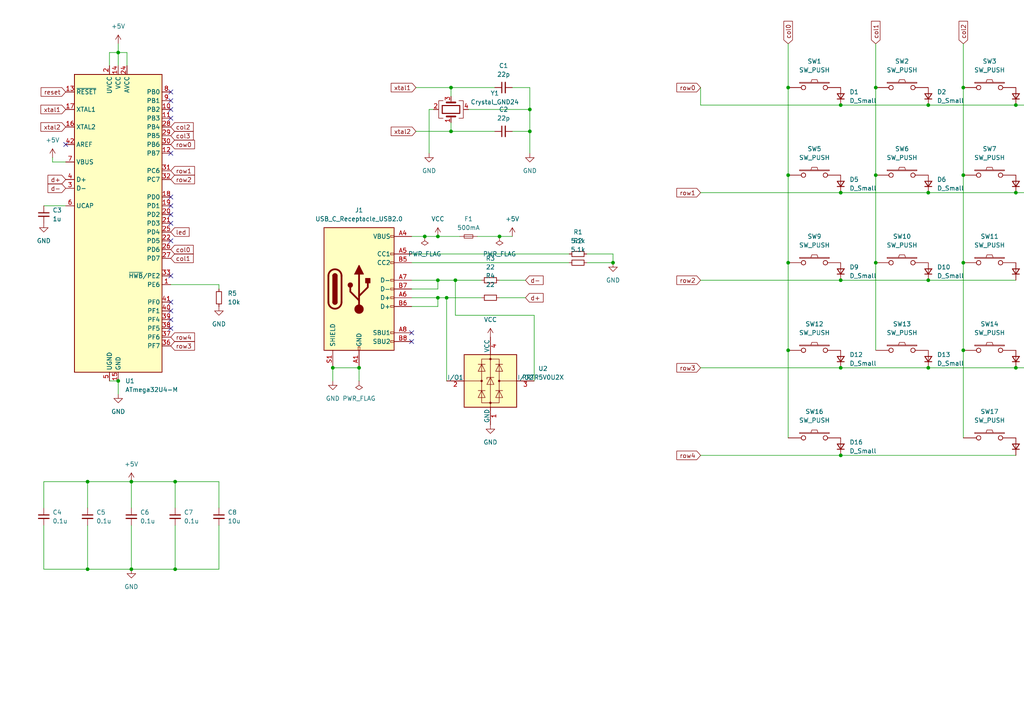
<source format=kicad_sch>
(kicad_sch (version 20211123) (generator eeschema)
  (paper "A4")
  (lib_symbols
    (symbol "Connector:USB_C_Receptacle_USB2.0" (pin_names (offset 1.016))
      (property "Reference" "J" (at -10.16 19.05 0))
      (property "Value" "USB_C_Receptacle_USB2.0" (at 19.05 19.05 0))
      (symbol "USB_C_Receptacle_USB2.0_0_0"
        (rectangle (start -0.254 -17.78) (end 0.254 -16.764))
        (rectangle (start 10.16 -14.986) (end 9.144 -15.494))
        (rectangle (start 10.16 -12.446) (end 9.144 -12.954))
        (rectangle (start 10.16 -4.826) (end 9.144 -5.334))
        (rectangle (start 10.16 -2.286) (end 9.144 -2.794))
        (rectangle (start 10.16 0.254) (end 9.144 -0.254))
        (rectangle (start 10.16 2.794) (end 9.144 2.286))
        (rectangle (start 10.16 7.874) (end 9.144 7.366))
        (rectangle (start 10.16 10.414) (end 9.144 9.906))
        (rectangle (start 10.16 15.494) (end 9.144 14.986))
      )
      (symbol "USB_C_Receptacle_USB2.0_0_1"
        (rectangle (start -10.16 17.78) (end 10.16 -17.78) (stroke (width 0.254)) (fill (type background)))
        (arc (start -8.89 -3.81) (mid -6.985 -5.715) (end -5.08 -3.81) (stroke (width 0.508)))
        (arc (start -7.62 -3.81) (mid -6.985 -4.445) (end -6.35 -3.81) (stroke (width 0.254)))
        (arc (start -7.62 -3.81) (mid -6.985 -4.445) (end -6.35 -3.81) (stroke (width 0.254)) (fill (type outline)))
        (rectangle (start -7.62 -3.81) (end -6.35 3.81) (stroke (width 0.254)) (fill (type outline)))
        (arc (start -6.35 3.81) (mid -6.985 4.445) (end -7.62 3.81) (stroke (width 0.254)))
        (arc (start -6.35 3.81) (mid -6.985 4.445) (end -7.62 3.81) (stroke (width 0.254)) (fill (type outline)))
        (arc (start -5.08 3.81) (mid -6.985 5.715) (end -8.89 3.81) (stroke (width 0.508)))
        (circle (center -2.54 1.143) (radius 0.635) (stroke (width 0.254)) (fill (type outline)))
        (circle (center 0 -5.842) (radius 1.27) (fill (type outline)))
        (polyline (pts (xy -8.89 -3.81) (xy -8.89 3.81)) (stroke (width 0.508)))
        (polyline (pts (xy -5.08 3.81) (xy -5.08 -3.81)) (stroke (width 0.508)))
        (polyline (pts (xy 0 -5.842) (xy 0 4.318)) (stroke (width 0.508)))
        (polyline (pts (xy 0 -3.302) (xy -2.54 -0.762) (xy -2.54 0.508)) (stroke (width 0.508)))
        (polyline (pts (xy 0 -2.032) (xy 2.54 0.508) (xy 2.54 1.778)) (stroke (width 0.508)))
        (polyline (pts (xy -1.27 4.318) (xy 0 6.858) (xy 1.27 4.318) (xy -1.27 4.318)) (stroke (width 0.254)) (fill (type outline)))
        (rectangle (start 1.905 1.778) (end 3.175 3.048) (stroke (width 0.254)) (fill (type outline)))
      )
      (symbol "USB_C_Receptacle_USB2.0_1_1"
        (pin passive line (at 0 -22.86 90) (length 5.08) (name "GND") (number "A1"))
        (pin passive line (at 0 -22.86 90) (length 5.08) hide (name "GND") (number "A12"))
        (pin passive line (at 15.24 15.24 180) (length 5.08) (name "VBUS") (number "A4"))
        (pin bidirectional line (at 15.24 10.16 180) (length 5.08) (name "CC1") (number "A5"))
        (pin bidirectional line (at 15.24 -2.54 180) (length 5.08) (name "D+") (number "A6"))
        (pin bidirectional line (at 15.24 2.54 180) (length 5.08) (name "D-") (number "A7"))
        (pin bidirectional line (at 15.24 -12.7 180) (length 5.08) (name "SBU1") (number "A8"))
        (pin passive line (at 15.24 15.24 180) (length 5.08) hide (name "VBUS") (number "A9"))
        (pin passive line (at 0 -22.86 90) (length 5.08) hide (name "GND") (number "B1"))
        (pin passive line (at 0 -22.86 90) (length 5.08) hide (name "GND") (number "B12"))
        (pin passive line (at 15.24 15.24 180) (length 5.08) hide (name "VBUS") (number "B4"))
        (pin bidirectional line (at 15.24 7.62 180) (length 5.08) (name "CC2") (number "B5"))
        (pin bidirectional line (at 15.24 -5.08 180) (length 5.08) (name "D+") (number "B6"))
        (pin bidirectional line (at 15.24 0 180) (length 5.08) (name "D-") (number "B7"))
        (pin bidirectional line (at 15.24 -15.24 180) (length 5.08) (name "SBU2") (number "B8"))
        (pin passive line (at 15.24 15.24 180) (length 5.08) hide (name "VBUS") (number "B9"))
        (pin passive line (at -7.62 -22.86 90) (length 5.08) (name "SHIELD") (number "S1"))
      )
    )
    (symbol "Device:C_Small" (pin_numbers hide) (pin_names (offset 0.254) hide)
      (property "Reference" "C" (at 0.254 1.778 0))
      (property "Value" "C_Small" (at 0.254 -2.032 0))
      (symbol "C_Small_0_1"
        (polyline (pts (xy -1.524 -0.508) (xy 1.524 -0.508)) (stroke (width 0.3302)))
        (polyline (pts (xy -1.524 0.508) (xy 1.524 0.508)) (stroke (width 0.3048)))
      )
      (symbol "C_Small_1_1"
        (pin passive line (at 0 2.54 270) (length 2.032) (name "~") (number "1"))
        (pin passive line (at 0 -2.54 90) (length 2.032) (name "~") (number "2"))
      )
    )
    (symbol "Device:Crystal_GND24" (pin_names (offset 1.016) hide)
      (property "Reference" "Y" (at 3.175 5.08 0))
      (property "Value" "Crystal_GND24" (at 3.175 3.175 0))
      (symbol "Crystal_GND24_0_1"
        (rectangle (start -1.143 2.54) (end 1.143 -2.54) (stroke (width 0.3048)))
        (polyline (pts (xy -2.54 0) (xy -2.032 0)))
        (polyline (pts (xy -2.032 -1.27) (xy -2.032 1.27)) (stroke (width 0.508)))
        (polyline (pts (xy 0 -3.81) (xy 0 -3.556)))
        (polyline (pts (xy 0 3.556) (xy 0 3.81)))
        (polyline (pts (xy 2.032 -1.27) (xy 2.032 1.27)) (stroke (width 0.508)))
        (polyline (pts (xy 2.032 0) (xy 2.54 0)))
        (polyline (pts (xy -2.54 -2.286) (xy -2.54 -3.556) (xy 2.54 -3.556) (xy 2.54 -2.286)))
        (polyline (pts (xy -2.54 2.286) (xy -2.54 3.556) (xy 2.54 3.556) (xy 2.54 2.286)))
      )
      (symbol "Crystal_GND24_1_1"
        (pin passive line (at -3.81 0 0) (length 1.27) (name "1") (number "1"))
        (pin passive line (at 0 5.08 270) (length 1.27) (name "2") (number "2"))
        (pin passive line (at 3.81 0 180) (length 1.27) (name "3") (number "3"))
        (pin passive line (at 0 -5.08 90) (length 1.27) (name "4") (number "4"))
      )
    )
    (symbol "Device:D_Small" (pin_numbers hide) (pin_names (offset 0.254) hide)
      (property "Reference" "D" (at -1.27 2.032 0))
      (property "Value" "D_Small" (at -3.81 -2.032 0))
      (symbol "D_Small_0_1"
        (polyline (pts (xy -0.762 -1.016) (xy -0.762 1.016)) (stroke (width 0.254)))
        (polyline (pts (xy -0.762 0) (xy 0.762 0)))
        (polyline (pts (xy 0.762 -1.016) (xy -0.762 0) (xy 0.762 1.016) (xy 0.762 -1.016)) (stroke (width 0.254)))
      )
      (symbol "D_Small_1_1"
        (pin passive line (at -2.54 0 0) (length 1.778) (name "K") (number "1"))
        (pin passive line (at 2.54 0 180) (length 1.778) (name "A") (number "2"))
      )
    )
    (symbol "Device:Fuse_Small" (pin_numbers hide) (pin_names (offset 0.254) hide)
      (property "Reference" "F" (at 0 -1.524 0))
      (property "Value" "Fuse_Small" (at 0 1.524 0))
      (symbol "Fuse_Small_0_1"
        (rectangle (start -1.27 0.508) (end 1.27 -0.508))
        (polyline (pts (xy -1.27 0) (xy 1.27 0)))
      )
      (symbol "Fuse_Small_1_1"
        (pin passive line (at -2.54 0 0) (length 1.27) (name "~") (number "1"))
        (pin passive line (at 2.54 0 180) (length 1.27) (name "~") (number "2"))
      )
    )
    (symbol "Device:R_Small" (pin_numbers hide) (pin_names (offset 0.254) hide)
      (property "Reference" "R" (at 0.762 0.508 0))
      (property "Value" "R_Small" (at 0.762 -1.016 0))
      (symbol "R_Small_0_1"
        (rectangle (start -0.762 1.778) (end 0.762 -1.778) (stroke (width 0.2032)))
      )
      (symbol "R_Small_1_1"
        (pin passive line (at 0 2.54 270) (length 0.762) (name "~") (number "1"))
        (pin passive line (at 0 -2.54 90) (length 0.762) (name "~") (number "2"))
      )
    )
    (symbol "MCU_Microchip_ATmega:ATmega32U4-M"
      (property "Reference" "U" (at -12.7 44.45 0))
      (property "Value" "ATmega32U4-M" (at 2.54 -44.45 0))
      (symbol "ATmega32U4-M_0_1"
        (rectangle (start -12.7 -43.18) (end 12.7 43.18) (stroke (width 0.254)) (fill (type background)))
      )
      (symbol "ATmega32U4-M_1_1"
        (pin bidirectional line (at 15.24 -17.78 180) (length 2.54) (name "PE6") (number "1"))
        (pin bidirectional line (at 15.24 33.02 180) (length 2.54) (name "PB2") (number "10"))
        (pin bidirectional line (at 15.24 30.48 180) (length 2.54) (name "PB3") (number "11"))
        (pin bidirectional line (at 15.24 20.32 180) (length 2.54) (name "PB7") (number "12"))
        (pin input line (at -15.24 38.1 0) (length 2.54) (name "~{RESET}") (number "13"))
        (pin power_in line (at 0 45.72 270) (length 2.54) (name "VCC") (number "14"))
        (pin power_in line (at 0 -45.72 90) (length 2.54) (name "GND") (number "15"))
        (pin output line (at -15.24 27.94 0) (length 2.54) (name "XTAL2") (number "16"))
        (pin input line (at -15.24 33.02 0) (length 2.54) (name "XTAL1") (number "17"))
        (pin bidirectional line (at 15.24 7.62 180) (length 2.54) (name "PD0") (number "18"))
        (pin bidirectional line (at 15.24 5.08 180) (length 2.54) (name "PD1") (number "19"))
        (pin power_in line (at -2.54 45.72 270) (length 2.54) (name "UVCC") (number "2"))
        (pin bidirectional line (at 15.24 2.54 180) (length 2.54) (name "PD2") (number "20"))
        (pin bidirectional line (at 15.24 0 180) (length 2.54) (name "PD3") (number "21"))
        (pin bidirectional line (at 15.24 -5.08 180) (length 2.54) (name "PD5") (number "22"))
        (pin passive line (at 0 -45.72 90) (length 2.54) hide (name "GND") (number "23"))
        (pin power_in line (at 2.54 45.72 270) (length 2.54) (name "AVCC") (number "24"))
        (pin bidirectional line (at 15.24 -2.54 180) (length 2.54) (name "PD4") (number "25"))
        (pin bidirectional line (at 15.24 -7.62 180) (length 2.54) (name "PD6") (number "26"))
        (pin bidirectional line (at 15.24 -10.16 180) (length 2.54) (name "PD7") (number "27"))
        (pin bidirectional line (at 15.24 27.94 180) (length 2.54) (name "PB4") (number "28"))
        (pin bidirectional line (at 15.24 25.4 180) (length 2.54) (name "PB5") (number "29"))
        (pin bidirectional line (at -15.24 10.16 0) (length 2.54) (name "D-") (number "3"))
        (pin bidirectional line (at 15.24 22.86 180) (length 2.54) (name "PB6") (number "30"))
        (pin bidirectional line (at 15.24 15.24 180) (length 2.54) (name "PC6") (number "31"))
        (pin bidirectional line (at 15.24 12.7 180) (length 2.54) (name "PC7") (number "32"))
        (pin bidirectional line (at 15.24 -15.24 180) (length 2.54) (name "~{HWB}/PE2") (number "33"))
        (pin passive line (at 0 45.72 270) (length 2.54) hide (name "VCC") (number "34"))
        (pin passive line (at 0 -45.72 90) (length 2.54) hide (name "GND") (number "35"))
        (pin bidirectional line (at 15.24 -35.56 180) (length 2.54) (name "PF7") (number "36"))
        (pin bidirectional line (at 15.24 -33.02 180) (length 2.54) (name "PF6") (number "37"))
        (pin bidirectional line (at 15.24 -30.48 180) (length 2.54) (name "PF5") (number "38"))
        (pin bidirectional line (at 15.24 -27.94 180) (length 2.54) (name "PF4") (number "39"))
        (pin bidirectional line (at -15.24 12.7 0) (length 2.54) (name "D+") (number "4"))
        (pin bidirectional line (at 15.24 -25.4 180) (length 2.54) (name "PF1") (number "40"))
        (pin bidirectional line (at 15.24 -22.86 180) (length 2.54) (name "PF0") (number "41"))
        (pin passive line (at -15.24 22.86 0) (length 2.54) (name "AREF") (number "42"))
        (pin passive line (at 0 -45.72 90) (length 2.54) hide (name "GND") (number "43"))
        (pin passive line (at 2.54 45.72 270) (length 2.54) hide (name "AVCC") (number "44"))
        (pin passive line (at 0 -45.72 90) (length 2.54) hide (name "GND") (number "45"))
        (pin passive line (at -2.54 -45.72 90) (length 2.54) (name "UGND") (number "5"))
        (pin passive line (at -15.24 5.08 0) (length 2.54) (name "UCAP") (number "6"))
        (pin input line (at -15.24 17.78 0) (length 2.54) (name "VBUS") (number "7"))
        (pin bidirectional line (at 15.24 38.1 180) (length 2.54) (name "PB0") (number "8"))
        (pin bidirectional line (at 15.24 35.56 180) (length 2.54) (name "PB1") (number "9"))
      )
    )
    (symbol "Power_Protection:PRTR5V0U2X" (pin_names (offset 0))
      (property "Reference" "D" (at 2.794 8.636 0))
      (property "Value" "PRTR5V0U2X" (at 8.128 -9.398 0))
      (symbol "PRTR5V0U2X_0_1"
        (rectangle (start -7.62 -7.62) (end 7.62 7.62) (stroke (width 0.254)) (fill (type background)))
        (circle (center -2.54 0) (radius 0.254) (fill (type outline)))
        (rectangle (start -2.54 6.35) (end 2.54 -6.35))
        (circle (center 0 -6.35) (radius 0.254) (fill (type outline)))
        (polyline (pts (xy -2.54 0) (xy -7.62 0)))
        (polyline (pts (xy -1.524 -2.794) (xy -3.556 -2.794)))
        (polyline (pts (xy -1.524 4.826) (xy -3.556 4.826)))
        (polyline (pts (xy 0 -7.62) (xy 0 7.62)))
        (polyline (pts (xy 1.524 -2.794) (xy 3.556 -2.794)))
        (polyline (pts (xy 1.524 4.826) (xy 3.556 4.826)))
        (polyline (pts (xy 2.54 0) (xy 7.62 0)))
        (polyline (pts (xy 1.016 1.016) (xy -1.016 1.016) (xy -1.016 0.508)))
        (polyline (pts (xy -3.556 -4.826) (xy -1.524 -4.826) (xy -2.54 -2.794) (xy -3.556 -4.826)))
        (polyline (pts (xy -3.556 2.794) (xy -1.524 2.794) (xy -2.54 4.826) (xy -3.556 2.794)))
        (polyline (pts (xy -1.016 -1.016) (xy 1.016 -1.016) (xy 0 1.016) (xy -1.016 -1.016)))
        (polyline (pts (xy 3.556 -4.826) (xy 1.524 -4.826) (xy 2.54 -2.794) (xy 3.556 -4.826)))
        (polyline (pts (xy 3.556 2.794) (xy 1.524 2.794) (xy 2.54 4.826) (xy 3.556 2.794)))
        (circle (center 0 6.35) (radius 0.254) (fill (type outline)))
        (circle (center 2.54 0) (radius 0.254) (fill (type outline)))
      )
      (symbol "PRTR5V0U2X_1_1"
        (pin passive line (at 0 -12.7 90) (length 5.08) (name "GND") (number "1"))
        (pin passive line (at -12.7 0 0) (length 5.08) (name "I/O1") (number "2"))
        (pin passive line (at 12.7 0 180) (length 5.08) (name "I/O2") (number "3"))
        (pin passive line (at 0 12.7 270) (length 5.08) (name "VCC") (number "4"))
      )
    )
    (symbol "kbd:SW_PUSH" (pin_numbers hide) (pin_names (offset 1.016) hide)
      (property "Reference" "SW" (at 3.81 2.794 0))
      (property "Value" "SW_PUSH" (at 0 -2.032 0))
      (symbol "SW_PUSH_0_1"
        (rectangle (start -4.318 1.27) (end 4.318 1.524))
        (polyline (pts (xy -1.016 1.524) (xy -0.762 2.286) (xy 0.762 2.286) (xy 1.016 1.524)))
        (pin passive inverted (at -7.62 0 0) (length 5.08) (name "1") (number "1"))
        (pin passive inverted (at 7.62 0 180) (length 5.08) (name "2") (number "2"))
      )
    )
    (symbol "kbd:YS-SK6812MINI-E" (pin_names (offset 1.016))
      (property "Reference" "LED" (at 2.54 -7.62 0))
      (property "Value" "YS-SK6812MINI-E" (at 6.35 -6.35 0))
      (symbol "YS-SK6812MINI-E_0_1"
        (rectangle (start -5.08 5.08) (end 5.08 -5.08) (stroke (width 0.254)) (fill (type background)))
      )
      (symbol "YS-SK6812MINI-E_1_1"
        (pin power_in line (at 0 7.62 270) (length 2.54) (name "VDD") (number "1"))
        (pin output line (at 7.62 0 180) (length 2.54) (name "DOUT") (number "2"))
        (pin power_in line (at 0 -7.62 90) (length 2.54) (name "VSS") (number "3"))
        (pin input line (at -7.62 0 0) (length 2.54) (name "DIN") (number "4"))
      )
    )
    (symbol "power:+5V" (power) (pin_names (offset 0))
      (property "Value" "+5V" (at 0 3.556 0))
      (symbol "+5V_0_1"
        (polyline (pts (xy -0.762 1.27) (xy 0 2.54)))
        (polyline (pts (xy 0 0) (xy 0 2.54)))
        (polyline (pts (xy 0 2.54) (xy 0.762 1.27)))
      )
      (symbol "+5V_1_1"
        (pin power_in line (at 0 0 90) (length 0) hide (name "+5V") (number "1"))
      )
    )
    (symbol "power:GND" (power) (pin_names (offset 0))
      (property "Value" "GND" (at 0 -3.81 0))
      (symbol "GND_0_1"
        (polyline (pts (xy 0 0) (xy 0 -1.27) (xy 1.27 -1.27) (xy 0 -2.54) (xy -1.27 -1.27) (xy 0 -1.27)))
      )
      (symbol "GND_1_1"
        (pin power_in line (at 0 0 270) (length 0) hide (name "GND") (number "1"))
      )
    )
    (symbol "power:PWR_FLAG" (power) (pin_numbers hide) (pin_names (offset 0) hide)
      (property "Value" "PWR_FLAG" (at 0 3.81 0))
      (symbol "PWR_FLAG_0_0"
        (pin power_out line (at 0 0 90) (length 0) (name "pwr") (number "1"))
      )
      (symbol "PWR_FLAG_0_1"
        (polyline (pts (xy 0 0) (xy 0 1.27) (xy -1.016 1.905) (xy 0 2.54) (xy 1.016 1.905) (xy 0 1.27)))
      )
    )
    (symbol "power:VCC" (power) (pin_names (offset 0))
      (property "Value" "VCC" (at 0 3.81 0))
      (symbol "VCC_0_1"
        (polyline (pts (xy -0.762 1.27) (xy 0 2.54)))
        (polyline (pts (xy 0 0) (xy 0 2.54)))
        (polyline (pts (xy 0 2.54) (xy 0.762 1.27)))
      )
      (symbol "VCC_1_1"
        (pin power_in line (at 0 0 90) (length 0) hide (name "VCC") (number "1"))
      )
    )
  )
  (junction (at 96.52 220.98))
  (junction (at 177.8 76.2))
  (junction (at 243.84 81.28))
  (junction (at 313.69 156.21))
  (junction (at 254 50.8))
  (junction (at 269.24 106.68))
  (junction (at 38.1 139.7))
  (junction (at 66.04 236.22))
  (junction (at 142.24 220.98))
  (junction (at 35.56 220.98))
  (junction (at 38.1 165.1))
  (junction (at 144.8761 68.58))
  (junction (at 130.81 38.1))
  (junction (at 248.92 236.22))
  (junction (at 34.29 15.24))
  (junction (at 127 86.36))
  (junction (at 294.64 55.88))
  (junction (at 203.2 220.98))
  (junction (at 269.24 55.88))
  (junction (at 34.29 110.49))
  (junction (at 228.6 25.4))
  (junction (at 50.8 139.7))
  (junction (at 294.64 106.68))
  (junction (at 254 76.2))
  (junction (at 127 81.28))
  (junction (at 104.14 106.68))
  (junction (at 25.4 165.1))
  (junction (at 127 68.58))
  (junction (at 269.24 81.28))
  (junction (at 132.08 81.28))
  (junction (at 153.67 38.1))
  (junction (at 111.76 236.22))
  (junction (at 254 25.4))
  (junction (at 127 236.22))
  (junction (at 157.48 236.22))
  (junction (at 81.28 236.22))
  (junction (at 157.48 220.98))
  (junction (at 243.84 55.88))
  (junction (at 264.16 220.98))
  (junction (at 304.8 25.4))
  (junction (at 187.96 220.98))
  (junction (at 96.52 106.68))
  (junction (at 111.76 220.98))
  (junction (at 187.96 236.22))
  (junction (at 304.8 50.8))
  (junction (at 50.8 236.22))
  (junction (at 269.24 30.48))
  (junction (at 264.16 236.22))
  (junction (at 50.8 220.98))
  (junction (at 130.81 25.4))
  (junction (at 153.67 31.75))
  (junction (at 228.6 50.8))
  (junction (at 243.84 30.48))
  (junction (at 248.92 220.98))
  (junction (at 279.4 50.8))
  (junction (at 172.72 220.98))
  (junction (at 142.24 236.22))
  (junction (at 218.44 236.22))
  (junction (at 233.68 236.22))
  (junction (at 172.72 236.22))
  (junction (at 123.19 68.58))
  (junction (at 228.6 101.6))
  (junction (at 243.84 132.08))
  (junction (at 127 220.98))
  (junction (at 96.52 236.22))
  (junction (at 129.54 86.36))
  (junction (at 279.4 76.2))
  (junction (at 243.84 106.68))
  (junction (at 35.56 236.22))
  (junction (at 50.8 165.1))
  (junction (at 294.64 30.48))
  (junction (at 25.4 139.7))
  (junction (at 279.4 101.6))
  (junction (at 81.28 220.98))
  (junction (at 279.4 25.4))
  (junction (at 228.6 76.2))
  (junction (at 218.44 220.98))
  (junction (at 66.04 220.98))
  (junction (at 203.2 236.22))
  (junction (at 233.68 220.98))
  (no_connect (at 19.05 41.91))
  (no_connect (at 49.53 62.23))
  (no_connect (at 49.53 64.77))
  (no_connect (at 49.53 69.85))
  (no_connect (at 49.53 44.45))
  (no_connect (at 49.53 90.17))
  (no_connect (at 287.02 228.6))
  (no_connect (at 49.53 26.67))
  (no_connect (at 49.53 29.21))
  (no_connect (at 49.53 31.75))
  (no_connect (at 49.53 34.29))
  (no_connect (at 49.53 57.15))
  (no_connect (at 49.53 59.69))
  (no_connect (at 49.53 80.01))
  (no_connect (at 49.53 87.63))
  (no_connect (at 49.53 92.71))
  (no_connect (at 49.53 95.25))
  (no_connect (at 119.38 96.52))
  (no_connect (at 119.38 99.06))
  (wire (pts (xy 279.4 25.4) (xy 279.4 50.8)))
  (wire (pts (xy 130.81 38.1) (xy 143.51 38.1)))
  (wire (pts (xy 144.78 81.28) (xy 152.4 81.28)))
  (wire (pts (xy 243.84 30.48) (xy 203.2 30.48)))
  (wire (pts (xy 279.4 12.7) (xy 279.4 25.4)))
  (wire (pts (xy 119.38 73.66) (xy 165.1 73.66)))
  (wire (pts (xy 269.24 81.28) (xy 243.84 81.28)))
  (wire (pts (xy 154.94 91.44) (xy 154.94 110.49)))
  (wire (pts (xy 132.08 91.44) (xy 154.94 91.44)))
  (wire (pts (xy 63.5 82.55) (xy 63.5 83.82)))
  (wire (pts (xy 254 12.7) (xy 254 25.4)))
  (wire (pts (xy 96.52 106.68) (xy 96.52 110.49)))
  (wire (pts (xy 187.96 236.22) (xy 203.2 236.22)))
  (wire (pts (xy 127 86.36) (xy 129.54 86.36)))
  (wire (pts (xy 130.81 25.4) (xy 130.81 27.94)))
  (wire (pts (xy 254 25.4) (xy 254 50.8)))
  (wire (pts (xy 104.14 106.68) (xy 104.14 110.49)))
  (wire (pts (xy 129.54 86.36) (xy 139.7 86.36)))
  (wire (pts (xy 31.75 15.24) (xy 34.29 15.24)))
  (wire (pts (xy 153.67 25.4) (xy 153.67 31.75)))
  (wire (pts (xy 228.6 25.4) (xy 228.6 50.8)))
  (wire (pts (xy 34.29 15.24) (xy 34.29 19.05)))
  (wire (pts (xy 12.7 59.69) (xy 19.05 59.69)))
  (wire (pts (xy 25.4 152.4) (xy 25.4 165.1)))
  (wire (pts (xy 170.18 76.2) (xy 177.8 76.2)))
  (wire (pts (xy 38.1 139.7) (xy 38.1 147.32)))
  (wire (pts (xy 294.64 106.68) (xy 269.24 106.68)))
  (wire (pts (xy 243.84 132.08) (xy 294.64 132.08)))
  (wire (pts (xy 127 88.9) (xy 119.38 88.9)))
  (wire (pts (xy 264.16 220.98) (xy 279.4 220.98)))
  (wire (pts (xy 127 236.22) (xy 142.24 236.22)))
  (wire (pts (xy 233.68 220.98) (xy 248.92 220.98)))
  (wire (pts (xy 248.92 220.98) (xy 264.16 220.98)))
  (wire (pts (xy 81.28 236.22) (xy 96.52 236.22)))
  (wire (pts (xy 320.04 106.68) (xy 294.64 106.68)))
  (wire (pts (xy 248.92 236.22) (xy 264.16 236.22)))
  (wire (pts (xy 142.24 220.98) (xy 157.48 220.98)))
  (wire (pts (xy 130.81 35.56) (xy 130.81 38.1)))
  (wire (pts (xy 218.44 220.98) (xy 233.68 220.98)))
  (wire (pts (xy 120.65 38.1) (xy 130.81 38.1)))
  (wire (pts (xy 96.52 106.68) (xy 104.14 106.68)))
  (wire (pts (xy 243.84 55.88) (xy 203.2 55.88)))
  (wire (pts (xy 50.8 152.4) (xy 50.8 165.1)))
  (wire (pts (xy 269.24 30.48) (xy 243.84 30.48)))
  (wire (pts (xy 304.8 50.8) (xy 304.8 101.6)))
  (wire (pts (xy 50.8 236.22) (xy 66.04 236.22)))
  (wire (pts (xy 228.6 101.6) (xy 228.6 127)))
  (wire (pts (xy 120.65 25.4) (xy 130.81 25.4)))
  (wire (pts (xy 304.8 12.7) (xy 304.8 25.4)))
  (wire (pts (xy 25.4 139.7) (xy 38.1 139.7)))
  (wire (pts (xy 127 220.98) (xy 142.24 220.98)))
  (wire (pts (xy 35.56 220.98) (xy 50.8 220.98)))
  (wire (pts (xy 66.04 236.22) (xy 81.28 236.22)))
  (wire (pts (xy 63.5 165.1) (xy 63.5 152.4)))
  (wire (pts (xy 228.6 50.8) (xy 228.6 76.2)))
  (wire (pts (xy 50.8 220.98) (xy 66.04 220.98)))
  (wire (pts (xy 34.29 12.7) (xy 34.29 15.24)))
  (wire (pts (xy 313.69 156.21) (xy 313.69 168.91)))
  (wire (pts (xy 36.83 19.05) (xy 36.83 15.24)))
  (wire (pts (xy 294.64 81.28) (xy 269.24 81.28)))
  (wire (pts (xy 157.48 220.98) (xy 172.72 220.98)))
  (wire (pts (xy 38.1 139.7) (xy 50.8 139.7)))
  (wire (pts (xy 264.16 236.22) (xy 279.4 236.22)))
  (wire (pts (xy 38.1 165.1) (xy 50.8 165.1)))
  (wire (pts (xy 127 86.36) (xy 127 88.9)))
  (wire (pts (xy 254 76.2) (xy 254 101.6)))
  (wire (pts (xy 203.2 236.22) (xy 218.44 236.22)))
  (wire (pts (xy 228.6 76.2) (xy 228.6 101.6)))
  (wire (pts (xy 123.19 68.58) (xy 127 68.58)))
  (wire (pts (xy 153.67 38.1) (xy 153.67 44.45)))
  (wire (pts (xy 49.53 82.55) (xy 63.5 82.55)))
  (wire (pts (xy 157.48 236.22) (xy 172.72 236.22)))
  (wire (pts (xy 170.18 73.66) (xy 177.8 73.66)))
  (wire (pts (xy 50.8 165.1) (xy 63.5 165.1)))
  (wire (pts (xy 81.28 220.98) (xy 96.52 220.98)))
  (wire (pts (xy 15.24 46.99) (xy 19.05 46.99)))
  (wire (pts (xy 177.8 73.66) (xy 177.8 76.2)))
  (wire (pts (xy 25.4 220.98) (xy 35.56 220.98)))
  (wire (pts (xy 138.43 68.58) (xy 144.8761 68.58)))
  (wire (pts (xy 12.7 147.32) (xy 12.7 139.7)))
  (wire (pts (xy 119.38 68.58) (xy 123.19 68.58)))
  (wire (pts (xy 304.8 25.4) (xy 304.8 50.8)))
  (wire (pts (xy 127 68.58) (xy 133.35 68.58)))
  (wire (pts (xy 119.38 81.28) (xy 127 81.28)))
  (wire (pts (xy 63.5 139.7) (xy 63.5 147.32)))
  (wire (pts (xy 269.24 55.88) (xy 243.84 55.88)))
  (wire (pts (xy 15.24 45.72) (xy 15.24 46.99)))
  (wire (pts (xy 320.04 55.88) (xy 294.64 55.88)))
  (wire (pts (xy 153.67 38.1) (xy 148.59 38.1)))
  (wire (pts (xy 144.78 86.36) (xy 152.4 86.36)))
  (wire (pts (xy 25.4 165.1) (xy 38.1 165.1)))
  (wire (pts (xy 144.8761 68.58) (xy 148.59 68.58)))
  (wire (pts (xy 243.84 132.08) (xy 203.2 132.08)))
  (wire (pts (xy 279.4 101.6) (xy 279.4 127)))
  (wire (pts (xy 203.2 220.98) (xy 218.44 220.98)))
  (wire (pts (xy 38.1 152.4) (xy 38.1 165.1)))
  (wire (pts (xy 111.76 236.22) (xy 127 236.22)))
  (wire (pts (xy 218.44 236.22) (xy 233.68 236.22)))
  (wire (pts (xy 50.8 139.7) (xy 63.5 139.7)))
  (wire (pts (xy 228.6 12.7) (xy 228.6 25.4)))
  (wire (pts (xy 313.69 156.21) (xy 316.23 156.21)))
  (wire (pts (xy 12.7 165.1) (xy 25.4 165.1)))
  (wire (pts (xy 35.56 236.22) (xy 50.8 236.22)))
  (wire (pts (xy 25.4 139.7) (xy 25.4 147.32)))
  (wire (pts (xy 279.4 76.2) (xy 279.4 101.6)))
  (wire (pts (xy 22.86 228.6) (xy 27.94 228.6)))
  (wire (pts (xy 124.46 31.75) (xy 124.46 44.45)))
  (wire (pts (xy 294.64 55.88) (xy 269.24 55.88)))
  (wire (pts (xy 111.76 220.98) (xy 127 220.98)))
  (wire (pts (xy 320.04 30.48) (xy 294.64 30.48)))
  (wire (pts (xy 187.96 220.98) (xy 203.2 220.98)))
  (wire (pts (xy 153.67 31.75) (xy 153.67 38.1)))
  (wire (pts (xy 321.31 156.21) (xy 323.85 156.21)))
  (wire (pts (xy 243.84 106.68) (xy 203.2 106.68)))
  (wire (pts (xy 50.8 139.7) (xy 50.8 147.32)))
  (wire (pts (xy 311.15 156.21) (xy 313.69 156.21)))
  (wire (pts (xy 294.64 30.48) (xy 269.24 30.48)))
  (wire (pts (xy 31.75 19.05) (xy 31.75 15.24)))
  (wire (pts (xy 132.08 81.28) (xy 139.7 81.28)))
  (wire (pts (xy 96.52 220.98) (xy 111.76 220.98)))
  (wire (pts (xy 132.08 81.28) (xy 132.08 91.44)))
  (wire (pts (xy 25.4 236.22) (xy 35.56 236.22)))
  (wire (pts (xy 172.72 220.98) (xy 187.96 220.98)))
  (wire (pts (xy 135.89 31.75) (xy 153.67 31.75)))
  (wire (pts (xy 269.24 106.68) (xy 243.84 106.68)))
  (wire (pts (xy 129.54 86.36) (xy 129.54 110.49)))
  (wire (pts (xy 233.68 236.22) (xy 248.92 236.22)))
  (wire (pts (xy 148.59 25.4) (xy 153.67 25.4)))
  (wire (pts (xy 119.38 76.2) (xy 165.1 76.2)))
  (wire (pts (xy 172.72 236.22) (xy 187.96 236.22)))
  (wire (pts (xy 34.29 110.49) (xy 34.29 114.3)))
  (wire (pts (xy 12.7 152.4) (xy 12.7 165.1)))
  (wire (pts (xy 243.84 81.28) (xy 203.2 81.28)))
  (wire (pts (xy 254 50.8) (xy 254 76.2)))
  (wire (pts (xy 127 83.82) (xy 119.38 83.82)))
  (wire (pts (xy 31.75 110.49) (xy 34.29 110.49)))
  (wire (pts (xy 119.38 86.36) (xy 127 86.36)))
  (wire (pts (xy 125.73 31.75) (xy 124.46 31.75)))
  (wire (pts (xy 130.81 25.4) (xy 143.51 25.4)))
  (wire (pts (xy 328.93 168.91) (xy 336.55 168.91)))
  (wire (pts (xy 96.52 236.22) (xy 111.76 236.22)))
  (wire (pts (xy 203.2 30.48) (xy 203.2 25.4)))
  (wire (pts (xy 127 81.28) (xy 127 83.82)))
  (wire (pts (xy 127 81.28) (xy 132.08 81.28)))
  (wire (pts (xy 12.7 139.7) (xy 25.4 139.7)))
  (wire (pts (xy 279.4 50.8) (xy 279.4 76.2)))
  (wire (pts (xy 142.24 236.22) (xy 157.48 236.22)))
  (wire (pts (xy 36.83 15.24) (xy 34.29 15.24)))
  (wire (pts (xy 66.04 220.98) (xy 81.28 220.98)))
  (global_label "d+" (shape input) (at 19.05 52.07 180) (property "Intersheet References" "${INTERSHEET_REFS}" (effects hide)))
  (global_label "row1" (shape input) (at 203.2 55.88 180) (property "Intersheet References" "${INTERSHEET_REFS}" (effects hide)))
  (global_label "row1" (shape input) (at 49.53 49.53 0) (property "Intersheet References" "${INTERSHEET_REFS}" (effects hide)))
  (global_label "led" (shape input) (at 22.86 228.6 180) (property "Intersheet References" "${INTERSHEET_REFS}" (effects hide)))
  (global_label "col0" (shape input) (at 228.6 12.7 90) (property "Intersheet References" "${INTERSHEET_REFS}" (effects hide)))
  (global_label "row2" (shape input) (at 203.2 81.28 180) (property "Intersheet References" "${INTERSHEET_REFS}" (effects hide)))
  (global_label "col0" (shape input) (at 49.53 72.39 0) (property "Intersheet References" "${INTERSHEET_REFS}" (effects hide)))
  (global_label "d-" (shape input) (at 152.4 81.28 0) (property "Intersheet References" "${INTERSHEET_REFS}" (effects hide)))
  (global_label "d-" (shape input) (at 19.05 54.61 180) (property "Intersheet References" "${INTERSHEET_REFS}" (effects hide)))
  (global_label "reset" (shape input) (at 311.15 156.21 180) (property "Intersheet References" "${INTERSHEET_REFS}" (effects hide)))
  (global_label "col3" (shape input) (at 304.8 12.7 90) (property "Intersheet References" "${INTERSHEET_REFS}" (effects hide)))
  (global_label "row3" (shape input) (at 49.53 100.33 0) (property "Intersheet References" "${INTERSHEET_REFS}" (effects hide)))
  (global_label "xtal2" (shape input) (at 120.65 38.1 180) (property "Intersheet References" "${INTERSHEET_REFS}" (effects hide)))
  (global_label "row4" (shape input) (at 49.53 97.79 0) (property "Intersheet References" "${INTERSHEET_REFS}" (effects hide)))
  (global_label "row4" (shape input) (at 203.2 132.08 180) (property "Intersheet References" "${INTERSHEET_REFS}" (effects hide)))
  (global_label "led" (shape input) (at 49.53 67.31 0) (property "Intersheet References" "${INTERSHEET_REFS}" (effects hide)))
  (global_label "row0" (shape input) (at 49.53 41.91 0) (property "Intersheet References" "${INTERSHEET_REFS}" (effects hide)))
  (global_label "row0" (shape input) (at 203.2 25.4 180) (property "Intersheet References" "${INTERSHEET_REFS}" (effects hide)))
  (global_label "row3" (shape input) (at 203.2 106.68 180) (property "Intersheet References" "${INTERSHEET_REFS}" (effects hide)))
  (global_label "reset" (shape input) (at 19.05 26.67 180) (property "Intersheet References" "${INTERSHEET_REFS}" (effects hide)))
  (global_label "col1" (shape input) (at 254 12.7 90) (property "Intersheet References" "${INTERSHEET_REFS}" (effects hide)))
  (global_label "d+" (shape input) (at 152.4 86.36 0) (property "Intersheet References" "${INTERSHEET_REFS}" (effects hide)))
  (global_label "col2" (shape input) (at 49.53 36.83 0) (property "Intersheet References" "${INTERSHEET_REFS}" (effects hide)))
  (global_label "xtal1" (shape input) (at 19.05 31.75 180) (property "Intersheet References" "${INTERSHEET_REFS}" (effects hide)))
  (global_label "col1" (shape input) (at 49.53 74.93 0) (property "Intersheet References" "${INTERSHEET_REFS}" (effects hide)))
  (global_label "xtal1" (shape input) (at 120.65 25.4 180) (property "Intersheet References" "${INTERSHEET_REFS}" (effects hide)))
  (global_label "row2" (shape input) (at 49.53 52.07 0) (property "Intersheet References" "${INTERSHEET_REFS}" (effects hide)))
  (global_label "col2" (shape input) (at 279.4 12.7 90) (property "Intersheet References" "${INTERSHEET_REFS}" (effects hide)))
  (global_label "col3" (shape input) (at 49.53 39.37 0) (property "Intersheet References" "${INTERSHEET_REFS}" (effects hide)))
  (global_label "xtal2" (shape input) (at 19.05 36.83 180) (property "Intersheet References" "${INTERSHEET_REFS}" (effects hide)))
  (symbol (lib_id "kbd:SW_PUSH") (at 236.22 25.4 0) (unit 1)
    (property "Reference" "SW1" (at 236.22 17.78 0))
    (property "Value" "SW_PUSH" (at 236.22 20.32 0))
    (property "Footprint" "Custom:MXOnly-1U-Hotswap" (effects hide))
    (property "LCSC" " C2803348 " (effects hide))
  )
  (symbol (lib_id "kbd:YS-SK6812MINI-E") (at 66.04 228.6 0) (unit 1)
    (property "Reference" "LED3" (at 77.47 225.3856 0) (effects (font (size 0.7366 0.7366))))
    (property "Value" "YS-SK6812MINI-E" (at 77.47 227.9256 0) (effects (font (size 0.7366 0.7366))))
    (property "Footprint" "Custom:YS-SK6812MINI-E" (effects hide))
  )
  (symbol (lib_id "kbd:YS-SK6812MINI-E") (at 111.76 228.6 0) (unit 1)
    (property "Reference" "LED6" (at 123.19 225.3856 0) (effects (font (size 0.7366 0.7366))))
    (property "Value" "YS-SK6812MINI-E" (at 123.19 227.9256 0) (effects (font (size 0.7366 0.7366))))
    (property "Footprint" "Custom:YS-SK6812MINI-E" (effects hide))
  )
  (symbol (lib_id "power:PWR_FLAG") (at 144.8761 68.58 180) (unit 1)
    (property "Reference" "#FLG02" (effects hide))
    (property "Value" "PWR_FLAG" (at 144.8761 73.66 0))
  )
  (symbol (lib_id "kbd:SW_PUSH") (at 236.22 76.2 0) (unit 1)
    (property "Reference" "SW9" (at 236.22 68.58 0))
    (property "Value" "SW_PUSH" (at 236.22 71.12 0))
    (property "Footprint" "Custom:MXOnly-1U-Hotswap" (effects hide))
    (property "LCSC" " C2803348 " (effects hide))
  )
  (symbol (lib_id "power:VCC") (at 127 68.58 0) (unit 1)
    (property "Reference" "#PWR06" (effects hide))
    (property "Value" "VCC" (at 127 63.5 0))
  )
  (symbol (lib_id "kbd:SW_PUSH") (at 236.22 50.8 0) (unit 1)
    (property "Reference" "SW5" (at 236.22 43.18 0))
    (property "Value" "SW_PUSH" (at 236.22 45.72 0))
    (property "Footprint" "Custom:MXOnly-1U-Hotswap" (effects hide))
    (property "LCSC" " C2803348 " (effects hide))
  )
  (symbol (lib_id "kbd:YS-SK6812MINI-E") (at 35.56 228.6 0) (unit 1)
    (property "Reference" "LED1" (at 46.99 225.3856 0) (effects (font (size 0.7366 0.7366))))
    (property "Value" "YS-SK6812MINI-E" (at 46.99 227.9256 0) (effects (font (size 0.7366 0.7366))))
    (property "Footprint" "Custom:YS-SK6812MINI-E" (effects hide))
  )
  (symbol (lib_id "power:GND") (at 63.5 88.9 0) (unit 1)
    (property "Reference" "#PWR09" (effects hide))
    (property "Value" "GND" (at 63.5 93.98 0))
  )
  (symbol (lib_id "Device:C_Small") (at 146.05 25.4 90) (unit 1)
    (property "Reference" "C1" (at 146.0563 19.05 90))
    (property "Value" "22p" (at 146.0563 21.59 90))
    (property "Footprint" "Capacitor_SMD:C_0805_2012Metric" (effects hide))
    (property "LCSC" "C1804" (effects hide))
  )
  (symbol (lib_id "Connector:USB_C_Receptacle_USB2.0") (at 104.14 83.82 0) (unit 1)
    (property "Reference" "J1" (at 104.14 60.96 0))
    (property "Value" "USB_C_Receptacle_USB2.0" (at 104.14 63.5 0))
    (property "Footprint" "Connector_USB:USB_C_Receptacle_Palconn_UTC16-G" (effects hide))
    (property "Datasheet" "https://www.usb.org/sites/default/files/documents/usb_type-c.zip" (effects hide))
    (property "LCSC" "C167321" (effects hide))
  )
  (symbol (lib_id "MCU_Microchip_ATmega:ATmega32U4-M") (at 34.29 64.77 0) (unit 1)
    (property "Reference" "U1" (at 36.3094 110.49 0) (effects (justify left)))
    (property "Value" "ATmega32U4-M" (at 36.3094 113.03 0) (effects (justify left)))
    (property "Footprint" "Package_DFN_QFN:QFN-44-1EP_7x7mm_P0.5mm_EP5.2x5.2mm" (effects hide))
    (property "Datasheet" "http://ww1.microchip.com/downloads/en/DeviceDoc/Atmel-7766-8-bit-AVR-ATmega16U4-32U4_Datasheet.pdf" (effects hide))
    (property "LCSC" " C112161 " (effects hide))
  )
  (symbol (lib_id "kbd:YS-SK6812MINI-E") (at 50.8 228.6 0) (unit 1)
    (property "Reference" "LED2" (at 62.23 225.3856 0) (effects (font (size 0.7366 0.7366))))
    (property "Value" "YS-SK6812MINI-E" (at 62.23 227.9256 0) (effects (font (size 0.7366 0.7366))))
    (property "Footprint" "Custom:YS-SK6812MINI-E" (effects hide))
  )
  (symbol (lib_id "Device:R_Small") (at 167.64 76.2 90) (unit 1)
    (property "Reference" "R2" (at 167.64 69.85 90))
    (property "Value" "5.1k" (at 167.64 72.39 90))
    (property "Footprint" "Resistor_SMD:R_0805_2012Metric" (effects hide))
    (property "LCSC" "C27834" (effects hide))
  )
  (symbol (lib_id "Device:C_Small") (at 50.8 149.86 0) (unit 1)
    (property "Reference" "C7" (at 53.34 148.5962 0) (effects (justify left)))
    (property "Value" "0.1u" (at 53.34 151.1362 0) (effects (justify left)))
    (property "Footprint" "Capacitor_SMD:C_0805_2012Metric" (effects hide))
    (property "LCSC" "C49678" (effects hide))
  )
  (symbol (lib_id "power:GND") (at 25.4 236.22 0) (unit 1)
    (property "Reference" "#PWR0102" (effects hide))
    (property "Value" "GND" (at 25.4 241.3 0))
  )
  (symbol (lib_id "kbd:YS-SK6812MINI-E") (at 264.16 228.6 0) (unit 1)
    (property "Reference" "LED16" (at 275.59 225.3856 0) (effects (font (size 0.7366 0.7366))))
    (property "Value" "YS-SK6812MINI-E" (at 275.59 227.9256 0) (effects (font (size 0.7366 0.7366))))
    (property "Footprint" "Custom:YS-SK6812MINI-E" (effects hide))
  )
  (symbol (lib_id "kbd:SW_PUSH") (at 287.02 76.2 0) (unit 1)
    (property "Reference" "SW11" (at 287.02 68.58 0))
    (property "Value" "SW_PUSH" (at 287.02 71.12 0))
    (property "Footprint" "Custom:MXOnly-1U-Hotswap" (effects hide))
    (property "LCSC" " C2803348 " (effects hide))
  )
  (symbol (lib_id "Device:Fuse_Small") (at 135.89 68.58 0) (unit 1)
    (property "Reference" "F1" (at 135.89 63.5 0))
    (property "Value" "500mA" (at 135.89 66.04 0))
    (property "Footprint" "Fuse:Fuse_1206_3216Metric" (effects hide))
    (property "LCSC" "C70069" (effects hide))
  )
  (symbol (lib_id "Device:D_Small") (at 294.64 129.54 90) (unit 1)
    (property "Reference" "D17" (at 297.18 128.2699 90) (effects (justify right)))
    (property "Value" "D_Small" (at 297.18 130.8099 90) (effects (justify right)))
    (property "Footprint" "Diode_SMD:D_SOD-123" (effects hide))
    (property "LCSC" "C81598" (effects hide))
  )
  (symbol (lib_id "power:GND") (at 153.67 44.45 0) (unit 1)
    (property "Reference" "#PWR03" (effects hide))
    (property "Value" "GND" (at 153.67 49.53 0))
  )
  (symbol (lib_id "kbd:YS-SK6812MINI-E") (at 157.48 228.6 0) (unit 1)
    (property "Reference" "LED9" (at 168.91 225.3856 0) (effects (font (size 0.7366 0.7366))))
    (property "Value" "YS-SK6812MINI-E" (at 168.91 227.9256 0) (effects (font (size 0.7366 0.7366))))
    (property "Footprint" "Custom:YS-SK6812MINI-E" (effects hide))
  )
  (symbol (lib_id "power:+5V") (at 25.4 220.98 0) (unit 1)
    (property "Reference" "#PWR0101" (effects hide))
    (property "Value" "+5V" (at 25.4 215.9 0))
  )
  (symbol (lib_id "power:+5V") (at 323.85 156.21 0) (unit 1)
    (property "Reference" "#PWR016" (effects hide))
    (property "Value" "+5V" (at 323.85 151.13 0))
  )
  (symbol (lib_id "Device:C_Small") (at 38.1 149.86 0) (unit 1)
    (property "Reference" "C6" (at 40.64 148.5962 0) (effects (justify left)))
    (property "Value" "0.1u" (at 40.64 151.1362 0) (effects (justify left)))
    (property "Footprint" "Capacitor_SMD:C_0805_2012Metric" (effects hide))
    (property "LCSC" "C49678" (effects hide))
  )
  (symbol (lib_id "kbd:SW_PUSH") (at 287.02 101.6 0) (unit 1)
    (property "Reference" "SW14" (at 287.02 93.98 0))
    (property "Value" "SW_PUSH" (at 287.02 96.52 0))
    (property "Footprint" "Custom:MXOnly-1U-Hotswap" (effects hide))
    (property "LCSC" " C2803348 " (effects hide))
  )
  (symbol (lib_id "Device:D_Small") (at 243.84 104.14 90) (unit 1)
    (property "Reference" "D12" (at 246.38 102.8699 90) (effects (justify right)))
    (property "Value" "D_Small" (at 246.38 105.4099 90) (effects (justify right)))
    (property "Footprint" "Diode_SMD:D_SOD-123" (effects hide))
    (property "LCSC" "C81598" (effects hide))
  )
  (symbol (lib_id "kbd:YS-SK6812MINI-E") (at 233.68 228.6 0) (unit 1)
    (property "Reference" "LED14" (at 245.11 225.3856 0) (effects (font (size 0.7366 0.7366))))
    (property "Value" "YS-SK6812MINI-E" (at 245.11 227.9256 0) (effects (font (size 0.7366 0.7366))))
    (property "Footprint" "Custom:YS-SK6812MINI-E" (effects hide))
  )
  (symbol (lib_id "kbd:SW_PUSH") (at 261.62 50.8 0) (unit 1)
    (property "Reference" "SW6" (at 261.62 43.18 0))
    (property "Value" "SW_PUSH" (at 261.62 45.72 0))
    (property "Footprint" "Custom:MXOnly-1U-Hotswap" (effects hide))
    (property "LCSC" " C2803348 " (effects hide))
  )
  (symbol (lib_id "kbd:SW_PUSH") (at 261.62 25.4 0) (unit 1)
    (property "Reference" "SW2" (at 261.62 17.78 0))
    (property "Value" "SW_PUSH" (at 261.62 20.32 0))
    (property "Footprint" "Custom:MXOnly-1U-Hotswap" (effects hide))
    (property "LCSC" " C2803348 " (effects hide))
  )
  (symbol (lib_id "power:+5V") (at 15.24 45.72 0) (unit 1)
    (property "Reference" "#PWR04" (effects hide))
    (property "Value" "+5V" (at 15.24 40.64 0))
  )
  (symbol (lib_id "Device:D_Small") (at 243.84 53.34 90) (unit 1)
    (property "Reference" "D5" (at 246.38 52.0699 90) (effects (justify right)))
    (property "Value" "D_Small" (at 246.38 54.6099 90) (effects (justify right)))
    (property "Footprint" "Diode_SMD:D_SOD-123" (effects hide))
    (property "LCSC" "C81598" (effects hide))
  )
  (symbol (lib_id "Device:D_Small") (at 294.64 104.14 90) (unit 1)
    (property "Reference" "D14" (at 297.18 102.8699 90) (effects (justify right)))
    (property "Value" "D_Small" (at 297.18 105.4099 90) (effects (justify right)))
    (property "Footprint" "Diode_SMD:D_SOD-123" (effects hide))
    (property "LCSC" "C81598" (effects hide))
  )
  (symbol (lib_id "kbd:YS-SK6812MINI-E") (at 248.92 228.6 0) (unit 1)
    (property "Reference" "LED15" (at 260.35 225.3856 0) (effects (font (size 0.7366 0.7366))))
    (property "Value" "YS-SK6812MINI-E" (at 260.35 227.9256 0) (effects (font (size 0.7366 0.7366))))
    (property "Footprint" "Custom:YS-SK6812MINI-E" (effects hide))
  )
  (symbol (lib_id "kbd:YS-SK6812MINI-E") (at 279.4 228.6 0) (unit 1)
    (property "Reference" "LED17" (at 290.83 225.3856 0) (effects (font (size 0.7366 0.7366))))
    (property "Value" "YS-SK6812MINI-E" (at 290.83 227.9256 0) (effects (font (size 0.7366 0.7366))))
    (property "Footprint" "Custom:YS-SK6812MINI-E" (effects hide))
  )
  (symbol (lib_id "Device:D_Small") (at 269.24 78.74 90) (unit 1)
    (property "Reference" "D10" (at 271.78 77.4699 90) (effects (justify right)))
    (property "Value" "D_Small" (at 271.78 80.0099 90) (effects (justify right)))
    (property "Footprint" "Diode_SMD:D_SOD-123" (effects hide))
    (property "LCSC" "C81598" (effects hide))
  )
  (symbol (lib_id "Device:R_Small") (at 63.5 86.36 0) (unit 1)
    (property "Reference" "R5" (at 66.04 85.0899 0) (effects (justify left)))
    (property "Value" "10k" (at 66.04 87.6299 0) (effects (justify left)))
    (property "Footprint" "Resistor_SMD:R_0805_2012Metric" (effects hide))
    (property "LCSC" "C17414" (effects hide))
  )
  (symbol (lib_id "Device:Crystal_GND24") (at 130.81 31.75 90) (unit 1)
    (property "Reference" "Y1" (at 143.51 27.051 90))
    (property "Value" "Crystal_GND24" (at 143.51 29.591 90))
    (property "Footprint" "Crystal:Crystal_SMD_3225-4Pin_3.2x2.5mm" (effects hide))
    (property "LCSC" "C13738" (effects hide))
  )
  (symbol (lib_id "Device:C_Small") (at 25.4 149.86 0) (unit 1)
    (property "Reference" "C5" (at 27.94 148.5962 0) (effects (justify left)))
    (property "Value" "0.1u" (at 27.94 151.1362 0) (effects (justify left)))
    (property "Footprint" "Capacitor_SMD:C_0805_2012Metric" (effects hide))
    (property "LCSC" "C49678" (effects hide))
  )
  (symbol (lib_id "power:PWR_FLAG") (at 123.19 68.58 180) (unit 1)
    (property "Reference" "#FLG01" (effects hide))
    (property "Value" "PWR_FLAG" (at 123.19 73.66 0))
  )
  (symbol (lib_id "power:+5V") (at 34.29 12.7 0) (unit 1)
    (property "Reference" "#PWR01" (effects hide))
    (property "Value" "+5V" (at 34.29 7.62 0))
  )
  (symbol (lib_id "Device:C_Small") (at 146.05 38.1 90) (unit 1)
    (property "Reference" "C2" (at 146.0563 31.75 90))
    (property "Value" "22p" (at 146.0563 34.29 90))
    (property "Footprint" "Capacitor_SMD:C_0805_2012Metric" (effects hide))
    (property "LCSC" "C1804" (effects hide))
  )
  (symbol (lib_id "kbd:SW_PUSH") (at 236.22 101.6 0) (unit 1)
    (property "Reference" "SW12" (at 236.22 93.98 0))
    (property "Value" "SW_PUSH" (at 236.22 96.52 0))
    (property "Footprint" "Custom:MXOnly-1U-Hotswap" (effects hide))
    (property "LCSC" " C2803348 " (effects hide))
  )
  (symbol (lib_id "kbd:YS-SK6812MINI-E") (at 218.44 228.6 0) (unit 1)
    (property "Reference" "LED13" (at 229.87 225.3856 0) (effects (font (size 0.7366 0.7366))))
    (property "Value" "YS-SK6812MINI-E" (at 229.87 227.9256 0) (effects (font (size 0.7366 0.7366))))
    (property "Footprint" "Custom:YS-SK6812MINI-E" (effects hide))
  )
  (symbol (lib_id "kbd:YS-SK6812MINI-E") (at 203.2 228.6 0) (unit 1)
    (property "Reference" "LED12" (at 214.63 225.3856 0) (effects (font (size 0.7366 0.7366))))
    (property "Value" "YS-SK6812MINI-E" (at 214.63 227.9256 0) (effects (font (size 0.7366 0.7366))))
    (property "Footprint" "Custom:YS-SK6812MINI-E" (effects hide))
  )
  (symbol (lib_id "kbd:YS-SK6812MINI-E") (at 142.24 228.6 0) (unit 1)
    (property "Reference" "LED8" (at 153.67 225.3856 0) (effects (font (size 0.7366 0.7366))))
    (property "Value" "YS-SK6812MINI-E" (at 153.67 227.9256 0) (effects (font (size 0.7366 0.7366))))
    (property "Footprint" "Custom:YS-SK6812MINI-E" (effects hide))
  )
  (symbol (lib_id "kbd:YS-SK6812MINI-E") (at 96.52 228.6 0) (unit 1)
    (property "Reference" "LED5" (at 107.95 225.3856 0) (effects (font (size 0.7366 0.7366))))
    (property "Value" "YS-SK6812MINI-E" (at 107.95 227.9256 0) (effects (font (size 0.7366 0.7366))))
    (property "Footprint" "Custom:YS-SK6812MINI-E" (effects hide))
  )
  (symbol (lib_id "Device:D_Small") (at 320.04 104.14 90) (unit 1)
    (property "Reference" "D15" (at 322.58 102.8699 90) (effects (justify right)))
    (property "Value" "D_Small" (at 322.58 105.4099 90) (effects (justify right)))
    (property "Footprint" "Diode_SMD:D_SOD-123" (effects hide))
    (property "LCSC" "C81598" (effects hide))
  )
  (symbol (lib_id "Device:R_Small") (at 167.64 73.66 90) (unit 1)
    (property "Reference" "R1" (at 167.64 67.31 90))
    (property "Value" "5.1k" (at 167.64 69.85 90))
    (property "Footprint" "Resistor_SMD:R_0805_2012Metric" (effects hide))
    (property "LCSC" "C27834" (effects hide))
  )
  (symbol (lib_id "kbd:SW_PUSH") (at 321.31 168.91 0) (unit 1)
    (property "Reference" "SW_1" (at 321.31 161.29 0))
    (property "Value" "SW_PUSH" (at 321.31 163.83 0))
    (property "Footprint" "Button_Switch_SMD:SW_SPST_SKQG_WithStem" (effects hide))
    (property "LCSC" "C455263" (effects hide))
  )
  (symbol (lib_id "Device:D_Small") (at 269.24 53.34 90) (unit 1)
    (property "Reference" "D6" (at 271.78 52.0699 90) (effects (justify right)))
    (property "Value" "D_Small" (at 271.78 54.6099 90) (effects (justify right)))
    (property "Footprint" "Diode_SMD:D_SOD-123" (effects hide))
    (property "LCSC" "C81598" (effects hide))
  )
  (symbol (lib_id "power:VCC") (at 142.24 97.79 0) (unit 1)
    (property "Reference" "#PWR010" (effects hide))
    (property "Value" "VCC" (at 142.24 92.71 0))
  )
  (symbol (lib_id "kbd:SW_PUSH") (at 312.42 50.8 0) (unit 1)
    (property "Reference" "SW8" (at 312.42 43.18 0))
    (property "Value" "SW_PUSH" (at 312.42 45.72 0))
    (property "Footprint" "Custom:MXOnly-2U-Hotswap-VerticalStabilizers" (effects hide))
    (property "LCSC" " C2803348 " (effects hide))
  )
  (symbol (lib_id "kbd:SW_PUSH") (at 236.22 127 0) (unit 1)
    (property "Reference" "SW16" (at 236.22 119.38 0))
    (property "Value" "SW_PUSH" (at 236.22 121.92 0))
    (property "Footprint" "Custom:MXOnly-2U-Hotswap" (effects hide))
    (property "LCSC" " C2803348 " (effects hide))
  )
  (symbol (lib_id "Device:R_Small") (at 142.24 86.36 90) (unit 1)
    (property "Reference" "R4" (at 142.24 80.01 90))
    (property "Value" "22" (at 142.24 82.55 90))
    (property "Footprint" "Resistor_SMD:R_0805_2012Metric" (effects hide))
    (property "LCSC" "C17561" (effects hide))
  )
  (symbol (lib_id "power:PWR_FLAG") (at 104.14 110.49 180) (unit 1)
    (property "Reference" "#FLG03" (effects hide))
    (property "Value" "PWR_FLAG" (at 104.14 115.57 0))
  )
  (symbol (lib_id "power:GND") (at 38.1 165.1 0) (unit 1)
    (property "Reference" "#PWR017" (effects hide))
    (property "Value" "GND" (at 38.1 170.18 0))
  )
  (symbol (lib_id "kbd:SW_PUSH") (at 287.02 50.8 0) (unit 1)
    (property "Reference" "SW7" (at 287.02 43.18 0))
    (property "Value" "SW_PUSH" (at 287.02 45.72 0))
    (property "Footprint" "Custom:MXOnly-1U-Hotswap" (effects hide))
    (property "LCSC" " C2803348 " (effects hide))
  )
  (symbol (lib_id "power:+5V") (at 148.59 68.58 0) (unit 1)
    (property "Reference" "#PWR07" (effects hide))
    (property "Value" "+5V" (at 148.59 63.5 0))
  )
  (symbol (lib_id "Device:D_Small") (at 269.24 104.14 90) (unit 1)
    (property "Reference" "D13" (at 271.78 102.8699 90) (effects (justify right)))
    (property "Value" "D_Small" (at 271.78 105.4099 90) (effects (justify right)))
    (property "Footprint" "Diode_SMD:D_SOD-123" (effects hide))
    (property "LCSC" "C81598" (effects hide))
  )
  (symbol (lib_id "kbd:YS-SK6812MINI-E") (at 187.96 228.6 0) (unit 1)
    (property "Reference" "LED11" (at 199.39 225.3856 0) (effects (font (size 0.7366 0.7366))))
    (property "Value" "YS-SK6812MINI-E" (at 199.39 227.9256 0) (effects (font (size 0.7366 0.7366))))
    (property "Footprint" "Custom:YS-SK6812MINI-E" (effects hide))
  )
  (symbol (lib_id "Device:C_Small") (at 12.7 149.86 0) (unit 1)
    (property "Reference" "C4" (at 15.24 148.5962 0) (effects (justify left)))
    (property "Value" "0.1u" (at 15.24 151.1362 0) (effects (justify left)))
    (property "Footprint" "Capacitor_SMD:C_0805_2012Metric" (effects hide))
    (property "LCSC" "C49678" (effects hide))
  )
  (symbol (lib_id "Device:D_Small") (at 243.84 129.54 90) (unit 1)
    (property "Reference" "D16" (at 246.38 128.2699 90) (effects (justify right)))
    (property "Value" "D_Small" (at 246.38 130.8099 90) (effects (justify right)))
    (property "Footprint" "Diode_SMD:D_SOD-123" (effects hide))
    (property "LCSC" "C81598" (effects hide))
  )
  (symbol (lib_id "power:GND") (at 336.55 168.91 0) (unit 1)
    (property "Reference" "#PWR018" (effects hide))
    (property "Value" "GND" (at 336.55 173.99 0))
  )
  (symbol (lib_id "kbd:SW_PUSH") (at 287.02 25.4 0) (unit 1)
    (property "Reference" "SW3" (at 287.02 17.78 0))
    (property "Value" "SW_PUSH" (at 287.02 20.32 0))
    (property "Footprint" "Custom:MXOnly-1U-Hotswap" (effects hide))
    (property "LCSC" " C2803348 " (effects hide))
  )
  (symbol (lib_id "Device:C_Small") (at 12.7 62.23 0) (unit 1)
    (property "Reference" "C3" (at 15.24 60.9662 0) (effects (justify left)))
    (property "Value" "1u" (at 15.24 63.5062 0) (effects (justify left)))
    (property "Footprint" "Capacitor_SMD:C_0805_2012Metric" (effects hide))
    (property "LCSC" "C28323" (effects hide))
  )
  (symbol (lib_id "kbd:YS-SK6812MINI-E") (at 172.72 228.6 0) (unit 1)
    (property "Reference" "LED10" (at 184.15 225.3856 0) (effects (font (size 0.7366 0.7366))))
    (property "Value" "YS-SK6812MINI-E" (at 184.15 227.9256 0) (effects (font (size 0.7366 0.7366))))
    (property "Footprint" "Custom:YS-SK6812MINI-E" (effects hide))
  )
  (symbol (lib_id "kbd:YS-SK6812MINI-E") (at 81.28 228.6 0) (unit 1)
    (property "Reference" "LED4" (at 92.71 225.3856 0) (effects (font (size 0.7366 0.7366))))
    (property "Value" "YS-SK6812MINI-E" (at 92.71 227.9256 0) (effects (font (size 0.7366 0.7366))))
    (property "Footprint" "Custom:YS-SK6812MINI-E" (effects hide))
  )
  (symbol (lib_id "power:GND") (at 177.8 76.2 0) (unit 1)
    (property "Reference" "#PWR08" (effects hide))
    (property "Value" "GND" (at 177.8 81.28 0))
  )
  (symbol (lib_id "power:GND") (at 12.7 64.77 0) (unit 1)
    (property "Reference" "#PWR05" (effects hide))
    (property "Value" "GND" (at 12.7 69.85 0))
  )
  (symbol (lib_id "power:GND") (at 96.52 110.49 0) (unit 1)
    (property "Reference" "#PWR011" (effects hide))
    (property "Value" "GND" (at 96.52 115.57 0))
  )
  (symbol (lib_id "kbd:SW_PUSH") (at 287.02 127 0) (unit 1)
    (property "Reference" "SW17" (at 287.02 119.38 0))
    (property "Value" "SW_PUSH" (at 287.02 121.92 0))
    (property "Footprint" "Custom:MXOnly-1U-Hotswap" (effects hide))
    (property "LCSC" " C2803348 " (effects hide))
  )
  (symbol (lib_id "Device:D_Small") (at 243.84 78.74 90) (unit 1)
    (property "Reference" "D9" (at 246.38 77.4699 90) (effects (justify right)))
    (property "Value" "D_Small" (at 246.38 80.0099 90) (effects (justify right)))
    (property "Footprint" "Diode_SMD:D_SOD-123" (effects hide))
    (property "LCSC" "C81598" (effects hide))
  )
  (symbol (lib_id "kbd:SW_PUSH") (at 261.62 101.6 0) (unit 1)
    (property "Reference" "SW13" (at 261.62 93.98 0))
    (property "Value" "SW_PUSH" (at 261.62 96.52 0))
    (property "Footprint" "Custom:MXOnly-1U-Hotswap" (effects hide))
    (property "LCSC" " C2803348 " (effects hide))
  )
  (symbol (lib_id "kbd:SW_PUSH") (at 312.42 101.6 0) (unit 1)
    (property "Reference" "SW15" (at 312.42 93.98 0))
    (property "Value" "SW_PUSH" (at 312.42 96.52 0))
    (property "Footprint" "Custom:MXOnly-2U-Hotswap-VerticalStabilizers" (effects hide))
    (property "LCSC" " C2803348 " (effects hide))
  )
  (symbol (lib_id "Device:D_Small") (at 269.24 27.94 90) (unit 1)
    (property "Reference" "D2" (at 271.78 26.6699 90) (effects (justify right)))
    (property "Value" "D_Small" (at 271.78 29.2099 90) (effects (justify right)))
    (property "Footprint" "Diode_SMD:D_SOD-123" (effects hide))
    (property "LCSC" "C81598" (effects hide))
  )
  (symbol (lib_id "Device:D_Small") (at 294.64 78.74 90) (unit 1)
    (property "Reference" "D11" (at 297.18 77.4699 90) (effects (justify right)))
    (property "Value" "D_Small" (at 297.18 80.0099 90) (effects (justify right)))
    (property "Footprint" "Diode_SMD:D_SOD-123" (effects hide))
    (property "LCSC" "C81598" (effects hide))
  )
  (symbol (lib_id "Device:D_Small") (at 243.84 27.94 90) (unit 1)
    (property "Reference" "D1" (at 246.38 26.6699 90) (effects (justify right)))
    (property "Value" "D_Small" (at 246.38 29.2099 90) (effects (justify right)))
    (property "Footprint" "Diode_SMD:D_SOD-123" (effects hide))
    (property "LCSC" "C81598" (effects hide))
  )
  (symbol (lib_id "Device:D_Small") (at 294.64 27.94 90) (unit 1)
    (property "Reference" "D3" (at 297.18 26.6699 90) (effects (justify right)))
    (property "Value" "D_Small" (at 297.18 29.2099 90) (effects (justify right)))
    (property "Footprint" "Diode_SMD:D_SOD-123" (effects hide))
    (property "LCSC" "C81598" (effects hide))
  )
  (symbol (lib_id "power:+5V") (at 38.1 139.7 0) (unit 1)
    (property "Reference" "#PWR014" (effects hide))
    (property "Value" "+5V" (at 38.1 134.62 0))
  )
  (symbol (lib_id "kbd:YS-SK6812MINI-E") (at 127 228.6 0) (unit 1)
    (property "Reference" "LED7" (at 138.43 225.3856 0) (effects (font (size 0.7366 0.7366))))
    (property "Value" "YS-SK6812MINI-E" (at 138.43 227.9256 0) (effects (font (size 0.7366 0.7366))))
    (property "Footprint" "Custom:YS-SK6812MINI-E" (effects hide))
  )
  (symbol (lib_id "Device:D_Small") (at 320.04 27.94 90) (unit 1)
    (property "Reference" "D4" (at 322.58 26.6699 90) (effects (justify right)))
    (property "Value" "D_Small" (at 322.58 29.2099 90) (effects (justify right)))
    (property "Footprint" "Diode_SMD:D_SOD-123" (effects hide))
    (property "LCSC" "C81598" (effects hide))
  )
  (symbol (lib_id "Device:R_Small") (at 142.24 81.28 90) (unit 1)
    (property "Reference" "R3" (at 142.24 74.93 90))
    (property "Value" "22" (at 142.24 77.47 90))
    (property "Footprint" "Resistor_SMD:R_0805_2012Metric" (effects hide))
    (property "LCSC" "C17561" (effects hide))
  )
  (symbol (lib_id "Device:C_Small") (at 63.5 149.86 0) (unit 1)
    (property "Reference" "C8" (at 66.04 148.5962 0) (effects (justify left)))
    (property "Value" "10u" (at 66.04 151.1362 0) (effects (justify left)))
    (property "Footprint" "Capacitor_SMD:C_0805_2012Metric" (effects hide))
    (property "LCSC" "C15850" (effects hide))
  )
  (symbol (lib_id "Device:D_Small") (at 294.64 53.34 90) (unit 1)
    (property "Reference" "D7" (at 297.18 52.0699 90) (effects (justify right)))
    (property "Value" "D_Small" (at 297.18 54.6099 90) (effects (justify right)))
    (property "Footprint" "Diode_SMD:D_SOD-123" (effects hide))
    (property "LCSC" "C81598" (effects hide))
  )
  (symbol (lib_id "kbd:SW_PUSH") (at 261.62 76.2 0) (unit 1)
    (property "Reference" "SW10" (at 261.62 68.58 0))
    (property "Value" "SW_PUSH" (at 261.62 71.12 0))
    (property "Footprint" "Custom:MXOnly-1U-Hotswap" (effects hide))
    (property "LCSC" " C2803348 " (effects hide))
  )
  (symbol (lib_id "power:GND") (at 142.24 123.19 0) (unit 1)
    (property "Reference" "#PWR013" (effects hide))
    (property "Value" "GND" (at 142.24 128.27 0))
  )
  (symbol (lib_id "power:GND") (at 124.46 44.45 0) (unit 1)
    (property "Reference" "#PWR02" (effects hide))
    (property "Value" "GND" (at 124.46 49.53 0))
  )
  (symbol (lib_id "power:GND") (at 34.29 114.3 0) (unit 1)
    (property "Reference" "#PWR012" (effects hide))
    (property "Value" "GND" (at 34.29 119.38 0))
  )
  (symbol (lib_id "Device:R_Small") (at 318.77 156.21 90) (unit 1)
    (property "Reference" "R6" (at 318.77 149.86 90))
    (property "Value" "10k" (at 318.77 152.4 90))
    (property "Footprint" "Resistor_SMD:R_0805_2012Metric" (effects hide))
    (property "LCSC" "C17414" (effects hide))
  )
  (symbol (lib_id "kbd:SW_PUSH") (at 312.42 25.4 0) (unit 1)
    (property "Reference" "SW4" (at 312.42 17.78 0))
    (property "Value" "SW_PUSH" (at 312.42 20.32 0))
    (property "Footprint" "Custom:MXOnly-1U-Hotswap" (effects hide))
    (property "LCSC" " C2803348 " (effects hide))
  )
  (symbol (lib_id "Power_Protection:PRTR5V0U2X") (at 142.24 110.49 0) (unit 1)
    (property "Reference" "U2" (at 157.48 106.9086 0))
    (property "Value" "PRTR5V0U2X" (at 157.48 109.4486 0))
    (property "Footprint" "Package_TO_SOT_SMD:SOT-143" (effects hide))
    (property "Datasheet" "https://assets.nexperia.com/documents/data-sheet/PRTR5V0U2X.pdf" (effects hide))
    (property "LCSC" "C2827688" (effects hide))
  )
  (symbol (lib_id "Device:D_Small") (at 320.04 53.34 90) (unit 1)
    (property "Reference" "D8" (at 322.58 52.0699 90) (effects (justify right)))
    (property "Value" "D_Small" (at 322.58 54.6099 90) (effects (justify right)))
    (property "Footprint" "Diode_SMD:D_SOD-123" (effects hide))
    (property "LCSC" "C81598" (effects hide))
  )
)
</source>
